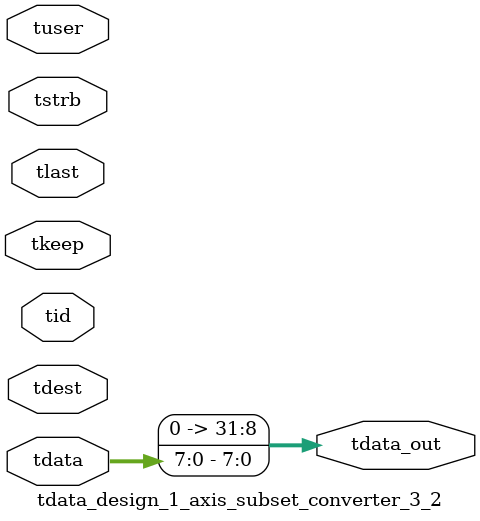
<source format=v>


`timescale 1ps/1ps

module tdata_design_1_axis_subset_converter_3_2 #
(
parameter C_S_AXIS_TDATA_WIDTH = 32,
parameter C_S_AXIS_TUSER_WIDTH = 0,
parameter C_S_AXIS_TID_WIDTH   = 0,
parameter C_S_AXIS_TDEST_WIDTH = 0,
parameter C_M_AXIS_TDATA_WIDTH = 32
)
(
input  [(C_S_AXIS_TDATA_WIDTH == 0 ? 1 : C_S_AXIS_TDATA_WIDTH)-1:0     ] tdata,
input  [(C_S_AXIS_TUSER_WIDTH == 0 ? 1 : C_S_AXIS_TUSER_WIDTH)-1:0     ] tuser,
input  [(C_S_AXIS_TID_WIDTH   == 0 ? 1 : C_S_AXIS_TID_WIDTH)-1:0       ] tid,
input  [(C_S_AXIS_TDEST_WIDTH == 0 ? 1 : C_S_AXIS_TDEST_WIDTH)-1:0     ] tdest,
input  [(C_S_AXIS_TDATA_WIDTH/8)-1:0 ] tkeep,
input  [(C_S_AXIS_TDATA_WIDTH/8)-1:0 ] tstrb,
input                                                                    tlast,
output [C_M_AXIS_TDATA_WIDTH-1:0] tdata_out
);

assign tdata_out = {tdata[7:0]};

endmodule


</source>
